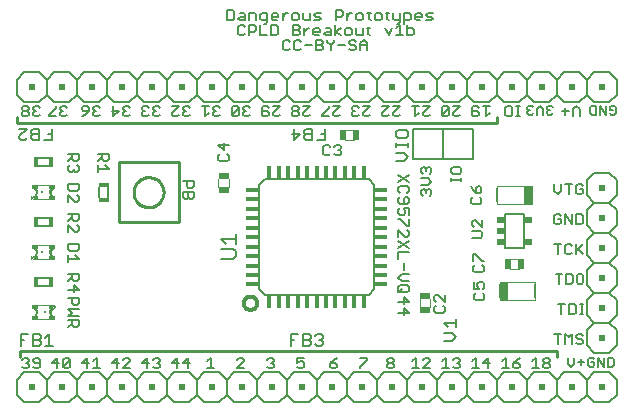
<source format=gto>
G75*
G70*
%OFA0B0*%
%FSLAX24Y24*%
%IPPOS*%
%LPD*%
%AMOC8*
5,1,8,0,0,1.08239X$1,22.5*
%
%ADD10C,0.0050*%
%ADD11C,0.0070*%
%ADD12C,0.0100*%
%ADD13C,0.0080*%
%ADD14C,0.0120*%
%ADD15C,0.0060*%
%ADD16R,0.0200X0.0200*%
%ADD17R,0.0374X0.0197*%
%ADD18R,0.0374X0.0197*%
%ADD19C,0.0040*%
%ADD20R,0.0197X0.0374*%
%ADD21R,0.0197X0.0374*%
%ADD22R,0.0079X0.0472*%
%ADD23R,0.0256X0.0591*%
%ADD24C,0.0086*%
%ADD25R,0.0340X0.0160*%
%ADD26R,0.0197X0.0128*%
%ADD27R,0.0098X0.0059*%
%ADD28R,0.0069X0.0157*%
%ADD29R,0.0079X0.0079*%
%ADD30R,0.0118X0.0118*%
%ADD31R,0.0030X0.0128*%
%ADD32R,0.0160X0.0340*%
%ADD33R,0.0256X0.0197*%
%ADD34R,0.0157X0.0472*%
%ADD35R,0.0472X0.0157*%
%ADD36C,0.0079*%
D10*
X002752Y001786D02*
X002694Y001845D01*
X002752Y001786D02*
X002869Y001786D01*
X002928Y001845D01*
X002928Y001903D01*
X002869Y001961D01*
X002811Y001961D01*
X002869Y001961D02*
X002928Y002020D01*
X002928Y002078D01*
X002869Y002137D01*
X002752Y002137D01*
X002694Y002078D01*
X003062Y002078D02*
X003062Y002020D01*
X003121Y001961D01*
X003296Y001961D01*
X003296Y001845D02*
X003296Y002078D01*
X003237Y002137D01*
X003121Y002137D01*
X003062Y002078D01*
X003062Y001845D02*
X003121Y001786D01*
X003237Y001786D01*
X003296Y001845D01*
X003694Y001961D02*
X003928Y001961D01*
X004062Y001845D02*
X004296Y002078D01*
X004296Y001845D01*
X004237Y001786D01*
X004121Y001786D01*
X004062Y001845D01*
X004062Y002078D01*
X004121Y002137D01*
X004237Y002137D01*
X004296Y002078D01*
X004694Y001961D02*
X004928Y001961D01*
X005062Y002020D02*
X005179Y002137D01*
X005179Y001786D01*
X005062Y001786D02*
X005296Y001786D01*
X004869Y001786D02*
X004869Y002137D01*
X004694Y001961D01*
X003869Y001786D02*
X003869Y002137D01*
X003694Y001961D01*
X004231Y003166D02*
X004347Y003283D01*
X004347Y003225D02*
X004347Y003400D01*
X004231Y003400D02*
X004581Y003400D01*
X004581Y003225D01*
X004523Y003166D01*
X004406Y003166D01*
X004347Y003225D01*
X004231Y003534D02*
X004581Y003534D01*
X004581Y003768D02*
X004231Y003768D01*
X004347Y003651D01*
X004231Y003534D01*
X004406Y003903D02*
X004347Y003961D01*
X004347Y004136D01*
X004231Y004136D02*
X004581Y004136D01*
X004581Y003961D01*
X004523Y003903D01*
X004406Y003903D01*
X004406Y004334D02*
X004406Y004568D01*
X004581Y004393D01*
X004231Y004393D01*
X004231Y004703D02*
X004347Y004820D01*
X004347Y004761D02*
X004347Y004936D01*
X004231Y004936D02*
X004581Y004936D01*
X004581Y004761D01*
X004523Y004703D01*
X004406Y004703D01*
X004347Y004761D01*
X004231Y005334D02*
X004231Y005568D01*
X004231Y005451D02*
X004581Y005451D01*
X004464Y005568D01*
X004523Y005703D02*
X004289Y005703D01*
X004231Y005761D01*
X004231Y005936D01*
X004581Y005936D01*
X004581Y005761D01*
X004523Y005703D01*
X004523Y006334D02*
X004581Y006393D01*
X004581Y006510D01*
X004523Y006568D01*
X004523Y006703D02*
X004406Y006703D01*
X004347Y006761D01*
X004347Y006936D01*
X004231Y006936D02*
X004581Y006936D01*
X004581Y006761D01*
X004523Y006703D01*
X004347Y006820D02*
X004231Y006703D01*
X004231Y006568D02*
X004464Y006334D01*
X004523Y006334D01*
X004231Y006334D02*
X004231Y006568D01*
X004231Y007334D02*
X004231Y007568D01*
X004464Y007334D01*
X004523Y007334D01*
X004581Y007393D01*
X004581Y007510D01*
X004523Y007568D01*
X004523Y007703D02*
X004289Y007703D01*
X004231Y007761D01*
X004231Y007936D01*
X004581Y007936D01*
X004581Y007761D01*
X004523Y007703D01*
X004523Y008334D02*
X004464Y008334D01*
X004406Y008393D01*
X004347Y008334D01*
X004289Y008334D01*
X004231Y008393D01*
X004231Y008510D01*
X004289Y008568D01*
X004231Y008703D02*
X004347Y008820D01*
X004347Y008761D02*
X004347Y008936D01*
X004231Y008936D02*
X004581Y008936D01*
X004581Y008761D01*
X004523Y008703D01*
X004406Y008703D01*
X004347Y008761D01*
X004523Y008568D02*
X004581Y008510D01*
X004581Y008393D01*
X004523Y008334D01*
X004406Y008393D02*
X004406Y008451D01*
X005231Y008451D02*
X005581Y008451D01*
X005464Y008568D01*
X005406Y008703D02*
X005347Y008761D01*
X005347Y008936D01*
X005231Y008936D02*
X005581Y008936D01*
X005581Y008761D01*
X005523Y008703D01*
X005406Y008703D01*
X005347Y008820D02*
X005231Y008703D01*
X005231Y008568D02*
X005231Y008334D01*
X008056Y008036D02*
X008406Y008036D01*
X008406Y007861D01*
X008348Y007803D01*
X008231Y007803D01*
X008172Y007861D01*
X008172Y008036D01*
X008231Y007668D02*
X008231Y007493D01*
X008172Y007434D01*
X008114Y007434D01*
X008056Y007493D01*
X008056Y007668D01*
X008406Y007668D01*
X008406Y007493D01*
X008348Y007434D01*
X008289Y007434D01*
X008231Y007493D01*
X009289Y008686D02*
X009230Y008745D01*
X009230Y008861D01*
X009289Y008920D01*
X009406Y009055D02*
X009406Y009288D01*
X009581Y009230D02*
X009230Y009230D01*
X009406Y009055D01*
X009522Y008920D02*
X009581Y008861D01*
X009581Y008745D01*
X009522Y008686D01*
X009289Y008686D01*
X009222Y010186D02*
X009106Y010186D01*
X009047Y010244D01*
X009047Y010303D01*
X009106Y010361D01*
X009047Y010420D01*
X009047Y010478D01*
X009106Y010536D01*
X009222Y010536D01*
X009281Y010478D01*
X009164Y010361D02*
X009106Y010361D01*
X008912Y010303D02*
X008796Y010186D01*
X008796Y010536D01*
X008912Y010536D02*
X008679Y010536D01*
X008281Y010478D02*
X008222Y010536D01*
X008106Y010536D01*
X008047Y010478D01*
X008047Y010420D01*
X008106Y010361D01*
X008164Y010361D01*
X008106Y010361D02*
X008047Y010303D01*
X008047Y010244D01*
X008106Y010186D01*
X008222Y010186D01*
X008281Y010244D01*
X007912Y010244D02*
X007854Y010186D01*
X007737Y010186D01*
X007679Y010244D01*
X007679Y010303D01*
X007912Y010536D01*
X007679Y010536D01*
X007281Y010478D02*
X007222Y010536D01*
X007106Y010536D01*
X007047Y010478D01*
X007047Y010420D01*
X007106Y010361D01*
X007164Y010361D01*
X007106Y010361D02*
X007047Y010303D01*
X007047Y010244D01*
X007106Y010186D01*
X007222Y010186D01*
X007281Y010244D01*
X006912Y010244D02*
X006854Y010186D01*
X006737Y010186D01*
X006679Y010244D01*
X006679Y010303D01*
X006737Y010361D01*
X006679Y010420D01*
X006679Y010478D01*
X006737Y010536D01*
X006854Y010536D01*
X006912Y010478D01*
X006796Y010361D02*
X006737Y010361D01*
X006281Y010244D02*
X006222Y010186D01*
X006106Y010186D01*
X006047Y010244D01*
X006047Y010303D01*
X006106Y010361D01*
X006047Y010420D01*
X006047Y010478D01*
X006106Y010536D01*
X006222Y010536D01*
X006281Y010478D01*
X006164Y010361D02*
X006106Y010361D01*
X005912Y010361D02*
X005679Y010361D01*
X005737Y010536D02*
X005737Y010186D01*
X005912Y010361D01*
X005281Y010244D02*
X005222Y010186D01*
X005106Y010186D01*
X005047Y010244D01*
X005047Y010303D01*
X005106Y010361D01*
X005047Y010420D01*
X005047Y010478D01*
X005106Y010536D01*
X005222Y010536D01*
X005281Y010478D01*
X005164Y010361D02*
X005106Y010361D01*
X004912Y010361D02*
X004737Y010361D01*
X004679Y010420D01*
X004679Y010478D01*
X004737Y010536D01*
X004854Y010536D01*
X004912Y010478D01*
X004912Y010361D01*
X004796Y010244D01*
X004679Y010186D01*
X004181Y010244D02*
X004122Y010186D01*
X004006Y010186D01*
X003947Y010244D01*
X003947Y010303D01*
X004006Y010361D01*
X003947Y010420D01*
X003947Y010478D01*
X004006Y010536D01*
X004122Y010536D01*
X004181Y010478D01*
X004064Y010361D02*
X004006Y010361D01*
X003812Y010478D02*
X003812Y010536D01*
X003812Y010478D02*
X003579Y010244D01*
X003579Y010186D01*
X003812Y010186D01*
X003281Y010244D02*
X003222Y010186D01*
X003106Y010186D01*
X003047Y010244D01*
X003047Y010303D01*
X003106Y010361D01*
X003047Y010420D01*
X003047Y010478D01*
X003106Y010536D01*
X003222Y010536D01*
X003281Y010478D01*
X003164Y010361D02*
X003106Y010361D01*
X002912Y010303D02*
X002912Y010244D01*
X002854Y010186D01*
X002737Y010186D01*
X002679Y010244D01*
X002679Y010303D01*
X002737Y010361D01*
X002854Y010361D01*
X002912Y010303D01*
X002854Y010361D02*
X002912Y010420D01*
X002912Y010478D01*
X002854Y010536D01*
X002737Y010536D01*
X002679Y010478D01*
X002679Y010420D01*
X002737Y010361D01*
X009222Y010186D02*
X009281Y010244D01*
X009679Y010244D02*
X009679Y010478D01*
X009737Y010536D01*
X009854Y010536D01*
X009912Y010478D01*
X009679Y010244D01*
X009737Y010186D01*
X009854Y010186D01*
X009912Y010244D01*
X009912Y010478D01*
X010047Y010478D02*
X010106Y010536D01*
X010222Y010536D01*
X010281Y010478D01*
X010164Y010361D02*
X010106Y010361D01*
X010047Y010420D01*
X010047Y010478D01*
X010106Y010361D02*
X010047Y010303D01*
X010047Y010244D01*
X010106Y010186D01*
X010222Y010186D01*
X010281Y010244D01*
X010679Y010244D02*
X010737Y010186D01*
X010854Y010186D01*
X010912Y010244D01*
X010912Y010303D01*
X010854Y010361D01*
X010679Y010361D01*
X010679Y010478D02*
X010679Y010244D01*
X010679Y010478D02*
X010737Y010536D01*
X010854Y010536D01*
X010912Y010478D01*
X011047Y010536D02*
X011281Y010536D01*
X011047Y010303D01*
X011047Y010244D01*
X011106Y010186D01*
X011222Y010186D01*
X011281Y010244D01*
X011679Y010244D02*
X011737Y010186D01*
X011854Y010186D01*
X011912Y010244D01*
X011912Y010303D01*
X011854Y010361D01*
X011737Y010361D01*
X011679Y010420D01*
X011679Y010478D01*
X011737Y010536D01*
X011854Y010536D01*
X011912Y010478D01*
X011912Y010420D01*
X011854Y010361D01*
X011737Y010361D02*
X011679Y010303D01*
X011679Y010244D01*
X012047Y010244D02*
X012106Y010186D01*
X012222Y010186D01*
X012281Y010244D01*
X012679Y010244D02*
X012679Y010186D01*
X012912Y010186D01*
X013047Y010244D02*
X013106Y010186D01*
X013222Y010186D01*
X013281Y010244D01*
X013047Y010244D02*
X013047Y010303D01*
X013281Y010536D01*
X013047Y010536D01*
X012912Y010536D02*
X012912Y010478D01*
X012679Y010244D01*
X012281Y010536D02*
X012047Y010303D01*
X012047Y010244D01*
X012047Y010536D02*
X012281Y010536D01*
X013679Y010478D02*
X013737Y010536D01*
X013854Y010536D01*
X013912Y010478D01*
X014047Y010536D02*
X014281Y010536D01*
X014047Y010303D01*
X014047Y010244D01*
X014106Y010186D01*
X014222Y010186D01*
X014281Y010244D01*
X013912Y010244D02*
X013854Y010186D01*
X013737Y010186D01*
X013679Y010244D01*
X013679Y010303D01*
X013737Y010361D01*
X013679Y010420D01*
X013679Y010478D01*
X013737Y010361D02*
X013796Y010361D01*
X014679Y010303D02*
X014679Y010244D01*
X014737Y010186D01*
X014854Y010186D01*
X014912Y010244D01*
X015047Y010244D02*
X015106Y010186D01*
X015222Y010186D01*
X015281Y010244D01*
X015047Y010244D02*
X015047Y010303D01*
X015281Y010536D01*
X015047Y010536D01*
X014912Y010536D02*
X014679Y010303D01*
X014679Y010536D02*
X014912Y010536D01*
X015679Y010536D02*
X015912Y010536D01*
X015796Y010536D02*
X015796Y010186D01*
X015912Y010303D01*
X016047Y010303D02*
X016047Y010244D01*
X016106Y010186D01*
X016222Y010186D01*
X016281Y010244D01*
X016047Y010303D02*
X016281Y010536D01*
X016047Y010536D01*
X016679Y010478D02*
X016679Y010244D01*
X016912Y010478D01*
X016854Y010536D01*
X016737Y010536D01*
X016679Y010478D01*
X016912Y010478D02*
X016912Y010244D01*
X016854Y010186D01*
X016737Y010186D01*
X016679Y010244D01*
X017047Y010244D02*
X017106Y010186D01*
X017222Y010186D01*
X017281Y010244D01*
X017047Y010244D02*
X017047Y010303D01*
X017281Y010536D01*
X017047Y010536D01*
X017679Y010478D02*
X017679Y010244D01*
X017737Y010186D01*
X017854Y010186D01*
X017912Y010244D01*
X017912Y010303D01*
X017854Y010361D01*
X017679Y010361D01*
X017679Y010478D02*
X017737Y010536D01*
X017854Y010536D01*
X017912Y010478D01*
X018047Y010536D02*
X018281Y010536D01*
X018164Y010536D02*
X018164Y010186D01*
X018281Y010303D01*
X018802Y010244D02*
X018860Y010186D01*
X018977Y010186D01*
X019035Y010244D01*
X019035Y010478D01*
X018977Y010536D01*
X018860Y010536D01*
X018802Y010478D01*
X018802Y010244D01*
X019164Y010186D02*
X019281Y010186D01*
X019222Y010186D02*
X019222Y010536D01*
X019164Y010536D02*
X019281Y010536D01*
X019536Y010486D02*
X019586Y010536D01*
X019686Y010536D01*
X019736Y010486D01*
X019858Y010436D02*
X019858Y010236D01*
X019736Y010286D02*
X019686Y010236D01*
X019586Y010236D01*
X019536Y010286D01*
X019536Y010336D01*
X019586Y010386D01*
X019536Y010436D01*
X019536Y010486D01*
X019586Y010386D02*
X019636Y010386D01*
X019858Y010436D02*
X019958Y010536D01*
X020058Y010436D01*
X020058Y010236D01*
X020181Y010286D02*
X020181Y010336D01*
X020231Y010386D01*
X020181Y010436D01*
X020181Y010486D01*
X020231Y010536D01*
X020331Y010536D01*
X020381Y010486D01*
X020281Y010386D02*
X020231Y010386D01*
X020181Y010286D02*
X020231Y010236D01*
X020331Y010236D01*
X020381Y010286D01*
X020679Y010361D02*
X020912Y010361D01*
X021047Y010420D02*
X021047Y010186D01*
X021281Y010186D02*
X021281Y010420D01*
X021164Y010536D01*
X021047Y010420D01*
X020796Y010478D02*
X020796Y010244D01*
X021636Y010286D02*
X021686Y010236D01*
X021836Y010236D01*
X021836Y010536D01*
X021686Y010536D01*
X021636Y010486D01*
X021636Y010286D01*
X021958Y010236D02*
X021958Y010536D01*
X022158Y010236D01*
X022158Y010536D01*
X022281Y010486D02*
X022281Y010386D01*
X022381Y010386D01*
X022481Y010286D02*
X022431Y010236D01*
X022331Y010236D01*
X022281Y010286D01*
X022481Y010286D02*
X022481Y010486D01*
X022431Y010536D01*
X022331Y010536D01*
X022281Y010486D01*
X021337Y007937D02*
X021221Y007937D01*
X021162Y007878D01*
X021162Y007645D01*
X021221Y007586D01*
X021337Y007586D01*
X021396Y007645D01*
X021396Y007761D01*
X021279Y007761D01*
X021396Y007878D02*
X021337Y007937D01*
X021028Y007937D02*
X020794Y007937D01*
X020911Y007937D02*
X020911Y007586D01*
X020659Y007703D02*
X020659Y007937D01*
X020426Y007937D02*
X020426Y007703D01*
X020542Y007586D01*
X020659Y007703D01*
X020601Y006937D02*
X020484Y006937D01*
X020426Y006878D01*
X020426Y006645D01*
X020484Y006586D01*
X020601Y006586D01*
X020659Y006645D01*
X020659Y006761D01*
X020542Y006761D01*
X020659Y006878D02*
X020601Y006937D01*
X020794Y006937D02*
X021028Y006586D01*
X021028Y006937D01*
X021162Y006937D02*
X021337Y006937D01*
X021396Y006878D01*
X021396Y006645D01*
X021337Y006586D01*
X021162Y006586D01*
X021162Y006937D01*
X020794Y006937D02*
X020794Y006586D01*
X020852Y005937D02*
X020794Y005878D01*
X020794Y005645D01*
X020852Y005586D01*
X020969Y005586D01*
X021028Y005645D01*
X021162Y005703D02*
X021396Y005937D01*
X021162Y005937D02*
X021162Y005586D01*
X021221Y005761D02*
X021396Y005586D01*
X021028Y005878D02*
X020969Y005937D01*
X020852Y005937D01*
X020659Y005937D02*
X020426Y005937D01*
X020542Y005937D02*
X020542Y005586D01*
X020591Y004937D02*
X020591Y004606D01*
X020831Y004606D02*
X020996Y004606D01*
X021051Y004661D01*
X021051Y004881D01*
X020996Y004937D01*
X020831Y004937D01*
X020831Y004606D01*
X021181Y004661D02*
X021181Y004881D01*
X021236Y004937D01*
X021346Y004937D01*
X021401Y004881D01*
X021401Y004661D01*
X021346Y004606D01*
X021236Y004606D01*
X021181Y004661D01*
X020701Y004937D02*
X020481Y004937D01*
X020549Y003937D02*
X020782Y003937D01*
X020665Y003937D02*
X020665Y003586D01*
X020917Y003586D02*
X021092Y003586D01*
X021150Y003645D01*
X021150Y003878D01*
X021092Y003937D01*
X020917Y003937D01*
X020917Y003586D01*
X021285Y003586D02*
X021402Y003586D01*
X021343Y003586D02*
X021343Y003937D01*
X021285Y003937D02*
X021402Y003937D01*
X021337Y002937D02*
X021221Y002937D01*
X021162Y002878D01*
X021162Y002820D01*
X021221Y002761D01*
X021337Y002761D01*
X021396Y002703D01*
X021396Y002645D01*
X021337Y002586D01*
X021221Y002586D01*
X021162Y002645D01*
X021028Y002586D02*
X021028Y002937D01*
X020911Y002820D01*
X020794Y002937D01*
X020794Y002586D01*
X020542Y002586D02*
X020542Y002937D01*
X020426Y002937D02*
X020659Y002937D01*
X021337Y002937D02*
X021396Y002878D01*
X021614Y002136D02*
X021564Y002086D01*
X021564Y001886D01*
X021614Y001836D01*
X021714Y001836D01*
X021764Y001886D01*
X021764Y001986D01*
X021664Y001986D01*
X021764Y002086D02*
X021714Y002136D01*
X021614Y002136D01*
X021409Y001986D02*
X021208Y001986D01*
X021086Y001936D02*
X020986Y001836D01*
X020886Y001936D01*
X020886Y002136D01*
X021086Y002136D02*
X021086Y001936D01*
X021308Y001886D02*
X021308Y002086D01*
X021886Y002136D02*
X021886Y001836D01*
X022086Y001836D02*
X022086Y002136D01*
X022208Y002136D02*
X022358Y002136D01*
X022409Y002086D01*
X022409Y001886D01*
X022358Y001836D01*
X022208Y001836D01*
X022208Y002136D01*
X021886Y002136D02*
X022086Y001836D01*
X020296Y001845D02*
X020237Y001786D01*
X020121Y001786D01*
X020062Y001845D01*
X020062Y001903D01*
X020121Y001961D01*
X020237Y001961D01*
X020296Y001903D01*
X020296Y001845D01*
X020237Y001961D02*
X020296Y002020D01*
X020296Y002078D01*
X020237Y002137D01*
X020121Y002137D01*
X020062Y002078D01*
X020062Y002020D01*
X020121Y001961D01*
X019811Y001786D02*
X019811Y002137D01*
X019694Y002020D01*
X019694Y001786D02*
X019928Y001786D01*
X019296Y001845D02*
X019237Y001786D01*
X019121Y001786D01*
X019062Y001845D01*
X019062Y001961D01*
X019237Y001961D01*
X019296Y001903D01*
X019296Y001845D01*
X019179Y002078D02*
X019062Y001961D01*
X019179Y002078D02*
X019296Y002137D01*
X018811Y002137D02*
X018811Y001786D01*
X018694Y001786D02*
X018928Y001786D01*
X018694Y002020D02*
X018811Y002137D01*
X018296Y001961D02*
X018062Y001961D01*
X018237Y002137D01*
X018237Y001786D01*
X017928Y001786D02*
X017694Y001786D01*
X017811Y001786D02*
X017811Y002137D01*
X017694Y002020D01*
X017296Y002020D02*
X017237Y001961D01*
X017296Y001903D01*
X017296Y001845D01*
X017237Y001786D01*
X017121Y001786D01*
X017062Y001845D01*
X016928Y001786D02*
X016694Y001786D01*
X016811Y001786D02*
X016811Y002137D01*
X016694Y002020D01*
X017062Y002078D02*
X017121Y002137D01*
X017237Y002137D01*
X017296Y002078D01*
X017296Y002020D01*
X017237Y001961D02*
X017179Y001961D01*
X016296Y002020D02*
X016296Y002078D01*
X016237Y002137D01*
X016121Y002137D01*
X016062Y002078D01*
X016296Y002020D02*
X016062Y001786D01*
X016296Y001786D01*
X015928Y001786D02*
X015694Y001786D01*
X015811Y001786D02*
X015811Y002137D01*
X015694Y002020D01*
X015096Y002020D02*
X015037Y001961D01*
X014921Y001961D01*
X014862Y002020D01*
X014862Y002078D01*
X014921Y002137D01*
X015037Y002137D01*
X015096Y002078D01*
X015096Y002020D01*
X015037Y001961D02*
X015096Y001903D01*
X015096Y001845D01*
X015037Y001786D01*
X014921Y001786D01*
X014862Y001845D01*
X014862Y001903D01*
X014921Y001961D01*
X014196Y002078D02*
X013962Y001845D01*
X013962Y001786D01*
X014196Y002078D02*
X014196Y002137D01*
X013962Y002137D01*
X013196Y002137D02*
X013079Y002078D01*
X012962Y001961D01*
X013137Y001961D01*
X013196Y001903D01*
X013196Y001845D01*
X013137Y001786D01*
X013021Y001786D01*
X012962Y001845D01*
X012962Y001961D01*
X012096Y001961D02*
X012096Y001845D01*
X012037Y001786D01*
X011921Y001786D01*
X011862Y001845D01*
X011862Y001961D02*
X011979Y002020D01*
X012037Y002020D01*
X012096Y001961D01*
X012096Y002137D02*
X011862Y002137D01*
X011862Y001961D01*
X011096Y001903D02*
X011096Y001845D01*
X011037Y001786D01*
X010921Y001786D01*
X010862Y001845D01*
X010979Y001961D02*
X011037Y001961D01*
X011096Y001903D01*
X011037Y001961D02*
X011096Y002020D01*
X011096Y002078D01*
X011037Y002137D01*
X010921Y002137D01*
X010862Y002078D01*
X010096Y002078D02*
X010037Y002137D01*
X009921Y002137D01*
X009862Y002078D01*
X010096Y002078D02*
X010096Y002020D01*
X009862Y001786D01*
X010096Y001786D01*
X009096Y001786D02*
X008862Y001786D01*
X008979Y001786D02*
X008979Y002137D01*
X008862Y002020D01*
X008296Y001961D02*
X008062Y001961D01*
X008237Y002137D01*
X008237Y001786D01*
X007928Y001961D02*
X007694Y001961D01*
X007869Y002137D01*
X007869Y001786D01*
X007296Y001845D02*
X007237Y001786D01*
X007121Y001786D01*
X007062Y001845D01*
X007179Y001961D02*
X007237Y001961D01*
X007296Y001903D01*
X007296Y001845D01*
X007237Y001961D02*
X007296Y002020D01*
X007296Y002078D01*
X007237Y002137D01*
X007121Y002137D01*
X007062Y002078D01*
X006928Y001961D02*
X006694Y001961D01*
X006869Y002137D01*
X006869Y001786D01*
X006296Y001786D02*
X006062Y001786D01*
X006296Y002020D01*
X006296Y002078D01*
X006237Y002137D01*
X006121Y002137D01*
X006062Y002078D01*
X005928Y001961D02*
X005694Y001961D01*
X005869Y002137D01*
X005869Y001786D01*
X015231Y003641D02*
X015581Y003641D01*
X015406Y003817D01*
X015406Y003583D01*
X015406Y003951D02*
X015406Y004185D01*
X015581Y004010D01*
X015231Y004010D01*
X015231Y004320D02*
X015347Y004436D01*
X015289Y004320D02*
X015231Y004378D01*
X015231Y004495D01*
X015289Y004553D01*
X015523Y004553D01*
X015581Y004495D01*
X015581Y004378D01*
X015523Y004320D01*
X015289Y004320D01*
X015347Y004688D02*
X015581Y004688D01*
X015347Y004688D02*
X015231Y004805D01*
X015347Y004921D01*
X015581Y004921D01*
X015406Y005056D02*
X015406Y005290D01*
X015231Y005425D02*
X015231Y005658D01*
X015581Y005658D01*
X015581Y005793D02*
X015231Y006026D01*
X015231Y006161D02*
X015231Y006395D01*
X015464Y006161D01*
X015523Y006161D01*
X015581Y006220D01*
X015581Y006336D01*
X015523Y006395D01*
X015523Y006530D02*
X015289Y006763D01*
X015231Y006763D01*
X015289Y006898D02*
X015231Y006956D01*
X015231Y007073D01*
X015289Y007131D01*
X015406Y007131D02*
X015464Y007015D01*
X015464Y006956D01*
X015406Y006898D01*
X015289Y006898D01*
X015406Y007131D02*
X015581Y007131D01*
X015581Y006898D01*
X015581Y006763D02*
X015581Y006530D01*
X015523Y006530D01*
X015581Y006026D02*
X015231Y005793D01*
X015289Y007266D02*
X015523Y007266D01*
X015581Y007325D01*
X015581Y007441D01*
X015523Y007500D01*
X015464Y007500D01*
X015406Y007441D01*
X015406Y007266D01*
X015289Y007266D02*
X015231Y007325D01*
X015231Y007441D01*
X015289Y007500D01*
X015289Y007634D02*
X015231Y007693D01*
X015231Y007810D01*
X015289Y007868D01*
X015523Y007868D01*
X015581Y007810D01*
X015581Y007693D01*
X015523Y007634D01*
X015980Y007590D02*
X015980Y007706D01*
X016039Y007765D01*
X016097Y007765D01*
X016156Y007706D01*
X016214Y007765D01*
X016272Y007765D01*
X016331Y007706D01*
X016331Y007590D01*
X016272Y007531D01*
X016156Y007648D02*
X016156Y007706D01*
X016214Y007900D02*
X015980Y007900D01*
X016214Y007900D02*
X016331Y008016D01*
X016214Y008133D01*
X015980Y008133D01*
X016039Y008268D02*
X015980Y008326D01*
X015980Y008443D01*
X016039Y008501D01*
X016097Y008501D01*
X016156Y008443D01*
X016214Y008501D01*
X016272Y008501D01*
X016331Y008443D01*
X016331Y008326D01*
X016272Y008268D01*
X016156Y008385D02*
X016156Y008443D01*
X015706Y008761D02*
X015706Y009761D01*
X016706Y009761D01*
X016706Y008761D01*
X015706Y008761D01*
X015581Y008236D02*
X015231Y008003D01*
X015231Y008236D02*
X015581Y008003D01*
X015980Y007590D02*
X016039Y007531D01*
X016980Y008022D02*
X016980Y008139D01*
X016980Y008081D02*
X017331Y008081D01*
X017331Y008139D02*
X017331Y008022D01*
X017272Y008268D02*
X017039Y008268D01*
X016980Y008326D01*
X016980Y008443D01*
X017039Y008501D01*
X017272Y008501D01*
X017331Y008443D01*
X017331Y008326D01*
X017272Y008268D01*
X017647Y007858D02*
X017705Y007741D01*
X017822Y007625D01*
X017822Y007800D01*
X017880Y007858D01*
X017938Y007858D01*
X017997Y007800D01*
X017997Y007683D01*
X017938Y007625D01*
X017822Y007625D01*
X017938Y007490D02*
X017997Y007431D01*
X017997Y007315D01*
X017938Y007256D01*
X017705Y007256D01*
X017647Y007315D01*
X017647Y007431D01*
X017705Y007490D01*
X017739Y006738D02*
X017680Y006680D01*
X017680Y006563D01*
X017739Y006505D01*
X017680Y006370D02*
X017972Y006370D01*
X018031Y006311D01*
X018031Y006195D01*
X017972Y006136D01*
X017680Y006136D01*
X018031Y006505D02*
X017797Y006738D01*
X017739Y006738D01*
X018031Y006738D02*
X018031Y006505D01*
X017789Y005588D02*
X018022Y005355D01*
X018081Y005355D01*
X018022Y005220D02*
X018081Y005161D01*
X018081Y005045D01*
X018022Y004986D01*
X017789Y004986D01*
X017730Y005045D01*
X017730Y005161D01*
X017789Y005220D01*
X017730Y005355D02*
X017730Y005588D01*
X017789Y005588D01*
X017747Y004658D02*
X017747Y004425D01*
X017922Y004425D01*
X017863Y004541D01*
X017863Y004600D01*
X017922Y004658D01*
X018038Y004658D01*
X018097Y004600D01*
X018097Y004483D01*
X018038Y004425D01*
X018038Y004290D02*
X018097Y004231D01*
X018097Y004115D01*
X018038Y004056D01*
X017805Y004056D01*
X017747Y004115D01*
X017747Y004231D01*
X017805Y004290D01*
X016781Y004251D02*
X016781Y004018D01*
X016547Y004251D01*
X016489Y004251D01*
X016430Y004193D01*
X016430Y004076D01*
X016489Y004018D01*
X016489Y003883D02*
X016430Y003825D01*
X016430Y003708D01*
X016489Y003650D01*
X016722Y003650D01*
X016781Y003708D01*
X016781Y003825D01*
X016722Y003883D01*
X016706Y008761D02*
X017706Y008761D01*
X017706Y009761D01*
X016706Y009761D01*
X013332Y009178D02*
X013332Y009120D01*
X013274Y009061D01*
X013332Y009003D01*
X013332Y008945D01*
X013274Y008886D01*
X013157Y008886D01*
X013099Y008945D01*
X012964Y008945D02*
X012906Y008886D01*
X012789Y008886D01*
X012731Y008945D01*
X012731Y009178D01*
X012789Y009237D01*
X012906Y009237D01*
X012964Y009178D01*
X013099Y009178D02*
X013157Y009237D01*
X013274Y009237D01*
X013332Y009178D01*
X013274Y009061D02*
X013216Y009061D01*
X012971Y012386D02*
X012971Y012561D01*
X013087Y012678D01*
X013087Y012737D01*
X013134Y012886D02*
X013134Y013237D01*
X013152Y013386D02*
X013152Y013737D01*
X013327Y013737D01*
X013386Y013678D01*
X013386Y013561D01*
X013327Y013503D01*
X013152Y013503D01*
X013521Y013503D02*
X013637Y013620D01*
X013696Y013620D01*
X013828Y013561D02*
X013886Y013620D01*
X014003Y013620D01*
X014061Y013561D01*
X014061Y013445D01*
X014003Y013386D01*
X013886Y013386D01*
X013828Y013445D01*
X013828Y013561D01*
X013521Y013620D02*
X013521Y013386D01*
X013499Y013120D02*
X013441Y013061D01*
X013441Y012945D01*
X013499Y012886D01*
X013616Y012886D01*
X013674Y012945D01*
X013674Y013061D01*
X013616Y013120D01*
X013499Y013120D01*
X013309Y013120D02*
X013134Y013003D01*
X013309Y012886D01*
X012999Y012886D02*
X012999Y013061D01*
X012941Y013120D01*
X012824Y013120D01*
X012824Y013003D02*
X012999Y013003D01*
X012999Y012886D02*
X012824Y012886D01*
X012766Y012945D01*
X012824Y013003D01*
X012631Y013003D02*
X012631Y013061D01*
X012573Y013120D01*
X012456Y013120D01*
X012397Y013061D01*
X012397Y012945D01*
X012456Y012886D01*
X012573Y012886D01*
X012631Y013003D02*
X012397Y013003D01*
X012266Y013120D02*
X012207Y013120D01*
X012091Y013003D01*
X012091Y012886D02*
X012091Y013120D01*
X011956Y013120D02*
X011956Y013178D01*
X011897Y013237D01*
X011722Y013237D01*
X011722Y012886D01*
X011897Y012886D01*
X011956Y012945D01*
X011956Y013003D01*
X011897Y013061D01*
X011722Y013061D01*
X011897Y013061D02*
X011956Y013120D01*
X011854Y013386D02*
X011737Y013386D01*
X011679Y013445D01*
X011679Y013561D01*
X011737Y013620D01*
X011854Y013620D01*
X011913Y013561D01*
X011913Y013445D01*
X011854Y013386D01*
X012047Y013445D02*
X012106Y013386D01*
X012281Y013386D01*
X012281Y013620D01*
X012416Y013561D02*
X012474Y013620D01*
X012649Y013620D01*
X012591Y013503D02*
X012474Y013503D01*
X012416Y013561D01*
X012416Y013386D02*
X012591Y013386D01*
X012649Y013445D01*
X012591Y013503D01*
X012047Y013445D02*
X012047Y013620D01*
X011547Y013620D02*
X011489Y013620D01*
X011372Y013503D01*
X011372Y013386D02*
X011372Y013620D01*
X011237Y013561D02*
X011237Y013503D01*
X011004Y013503D01*
X011004Y013561D02*
X011062Y013620D01*
X011179Y013620D01*
X011237Y013561D01*
X011179Y013386D02*
X011062Y013386D01*
X011004Y013445D01*
X011004Y013561D01*
X010869Y013620D02*
X010869Y013328D01*
X010811Y013270D01*
X010752Y013270D01*
X010694Y013386D02*
X010869Y013386D01*
X010694Y013386D02*
X010636Y013445D01*
X010636Y013561D01*
X010694Y013620D01*
X010869Y013620D01*
X010501Y013561D02*
X010501Y013386D01*
X010424Y013237D02*
X010482Y013178D01*
X010482Y013061D01*
X010424Y013003D01*
X010249Y013003D01*
X010249Y012886D02*
X010249Y013237D01*
X010424Y013237D01*
X010617Y013237D02*
X010617Y012886D01*
X010851Y012886D01*
X010986Y012886D02*
X011161Y012886D01*
X011219Y012945D01*
X011219Y013178D01*
X011161Y013237D01*
X010986Y013237D01*
X010986Y012886D01*
X011381Y012678D02*
X011381Y012445D01*
X011439Y012386D01*
X011556Y012386D01*
X011614Y012445D01*
X011749Y012445D02*
X011807Y012386D01*
X011924Y012386D01*
X011982Y012445D01*
X012117Y012561D02*
X012351Y012561D01*
X012486Y012561D02*
X012661Y012561D01*
X012719Y012503D01*
X012719Y012445D01*
X012661Y012386D01*
X012486Y012386D01*
X012486Y012737D01*
X012661Y012737D01*
X012719Y012678D01*
X012719Y012620D01*
X012661Y012561D01*
X012854Y012678D02*
X012971Y012561D01*
X012854Y012678D02*
X012854Y012737D01*
X013222Y012561D02*
X013456Y012561D01*
X013591Y012620D02*
X013649Y012561D01*
X013766Y012561D01*
X013824Y012503D01*
X013824Y012445D01*
X013766Y012386D01*
X013649Y012386D01*
X013591Y012445D01*
X013591Y012620D02*
X013591Y012678D01*
X013649Y012737D01*
X013766Y012737D01*
X013824Y012678D01*
X013959Y012620D02*
X014076Y012737D01*
X014192Y012620D01*
X014192Y012386D01*
X014192Y012561D02*
X013959Y012561D01*
X013959Y012620D02*
X013959Y012386D01*
X014043Y012886D02*
X013868Y012886D01*
X013809Y012945D01*
X013809Y013120D01*
X014043Y013120D02*
X014043Y012886D01*
X014236Y012945D02*
X014294Y012886D01*
X014236Y012945D02*
X014236Y013178D01*
X014178Y013120D02*
X014294Y013120D01*
X014313Y013386D02*
X014254Y013445D01*
X014254Y013678D01*
X014196Y013620D02*
X014313Y013620D01*
X014441Y013561D02*
X014441Y013445D01*
X014500Y013386D01*
X014616Y013386D01*
X014675Y013445D01*
X014675Y013561D01*
X014616Y013620D01*
X014500Y013620D01*
X014441Y013561D01*
X014810Y013620D02*
X014926Y013620D01*
X014868Y013678D02*
X014868Y013445D01*
X014926Y013386D01*
X015055Y013445D02*
X015114Y013386D01*
X015289Y013386D01*
X015289Y013328D02*
X015230Y013270D01*
X015172Y013270D01*
X015276Y013237D02*
X015276Y012886D01*
X015160Y012886D02*
X015393Y012886D01*
X015528Y012886D02*
X015703Y012886D01*
X015761Y012945D01*
X015761Y013061D01*
X015703Y013120D01*
X015528Y013120D01*
X015528Y013237D02*
X015528Y012886D01*
X015423Y013270D02*
X015423Y013620D01*
X015599Y013620D01*
X015657Y013561D01*
X015657Y013445D01*
X015599Y013386D01*
X015423Y013386D01*
X015289Y013328D02*
X015289Y013620D01*
X015055Y013620D02*
X015055Y013445D01*
X015276Y013237D02*
X015160Y013120D01*
X015025Y013120D02*
X014908Y012886D01*
X014791Y013120D01*
X015792Y013445D02*
X015850Y013386D01*
X015967Y013386D01*
X016025Y013503D02*
X015792Y013503D01*
X015792Y013561D02*
X015850Y013620D01*
X015967Y013620D01*
X016025Y013561D01*
X016025Y013503D01*
X016160Y013561D02*
X016218Y013620D01*
X016394Y013620D01*
X016335Y013503D02*
X016218Y013503D01*
X016160Y013561D01*
X016160Y013386D02*
X016335Y013386D01*
X016394Y013445D01*
X016335Y013503D01*
X015792Y013445D02*
X015792Y013561D01*
X011982Y012678D02*
X011924Y012737D01*
X011807Y012737D01*
X011749Y012678D01*
X011749Y012445D01*
X011614Y012678D02*
X011556Y012737D01*
X011439Y012737D01*
X011381Y012678D01*
X010267Y013386D02*
X010267Y013620D01*
X010442Y013620D01*
X010501Y013561D01*
X010132Y013561D02*
X010132Y013386D01*
X009957Y013386D01*
X009899Y013445D01*
X009957Y013503D01*
X010132Y013503D01*
X010132Y013561D02*
X010074Y013620D01*
X009957Y013620D01*
X009764Y013678D02*
X009706Y013737D01*
X009531Y013737D01*
X009531Y013386D01*
X009706Y013386D01*
X009764Y013445D01*
X009764Y013678D01*
X009939Y013237D02*
X009881Y013178D01*
X009881Y012945D01*
X009939Y012886D01*
X010056Y012886D01*
X010114Y012945D01*
X010114Y013178D02*
X010056Y013237D01*
X009939Y013237D01*
D11*
X011752Y009776D02*
X011752Y009396D01*
X011942Y009586D01*
X011688Y009586D01*
X012103Y009523D02*
X012103Y009459D01*
X012166Y009396D01*
X012356Y009396D01*
X012356Y009776D01*
X012166Y009776D01*
X012103Y009713D01*
X012103Y009649D01*
X012166Y009586D01*
X012356Y009586D01*
X012166Y009586D02*
X012103Y009523D01*
X012517Y009396D02*
X012771Y009396D01*
X012771Y009776D01*
X012771Y009586D02*
X012644Y009586D01*
X003671Y009586D02*
X003544Y009586D01*
X003671Y009396D02*
X003417Y009396D01*
X003256Y009396D02*
X003066Y009396D01*
X003003Y009459D01*
X003003Y009523D01*
X003066Y009586D01*
X003256Y009586D01*
X003066Y009586D02*
X003003Y009649D01*
X003003Y009713D01*
X003066Y009776D01*
X003256Y009776D01*
X003256Y009396D01*
X003671Y009396D02*
X003671Y009776D01*
X002842Y009776D02*
X002588Y009523D01*
X002588Y009459D01*
X002652Y009396D01*
X002779Y009396D01*
X002842Y009459D01*
X002842Y009776D02*
X002588Y009776D01*
X002641Y002927D02*
X002894Y002927D01*
X003055Y002927D02*
X003245Y002927D01*
X003309Y002863D01*
X003309Y002800D01*
X003245Y002736D01*
X003055Y002736D01*
X003055Y002546D02*
X003245Y002546D01*
X003309Y002610D01*
X003309Y002673D01*
X003245Y002736D01*
X003469Y002800D02*
X003596Y002927D01*
X003596Y002546D01*
X003469Y002546D02*
X003723Y002546D01*
X003055Y002546D02*
X003055Y002927D01*
X002767Y002736D02*
X002641Y002736D01*
X002641Y002546D02*
X002641Y002927D01*
X011641Y002927D02*
X011641Y002546D01*
X011641Y002736D02*
X011767Y002736D01*
X011641Y002927D02*
X011894Y002927D01*
X012055Y002927D02*
X012245Y002927D01*
X012309Y002863D01*
X012309Y002800D01*
X012245Y002736D01*
X012055Y002736D01*
X012055Y002546D02*
X012245Y002546D01*
X012309Y002610D01*
X012309Y002673D01*
X012245Y002736D01*
X012469Y002610D02*
X012533Y002546D01*
X012659Y002546D01*
X012723Y002610D01*
X012723Y002673D01*
X012659Y002736D01*
X012596Y002736D01*
X012659Y002736D02*
X012723Y002800D01*
X012723Y002863D01*
X012659Y002927D01*
X012533Y002927D01*
X012469Y002863D01*
X012055Y002927D02*
X012055Y002546D01*
D12*
X020506Y002361D02*
X020506Y002161D01*
X020506Y002361D02*
X002606Y002361D01*
X002606Y002161D01*
X002506Y009961D02*
X018506Y009961D01*
X018506Y010161D01*
X002506Y010161D02*
X002506Y009961D01*
D13*
X015145Y009679D02*
X015145Y009539D01*
X015215Y009469D01*
X015496Y009469D01*
X015566Y009539D01*
X015566Y009679D01*
X015496Y009749D01*
X015215Y009749D01*
X015145Y009679D01*
X015145Y009302D02*
X015145Y009162D01*
X015145Y009232D02*
X015566Y009232D01*
X015566Y009162D02*
X015566Y009302D01*
X015426Y008981D02*
X015145Y008981D01*
X015426Y008981D02*
X015566Y008841D01*
X015426Y008701D01*
X015145Y008701D01*
X017166Y003442D02*
X017166Y003162D01*
X017166Y003302D02*
X016745Y003302D01*
X016885Y003162D01*
X016745Y002981D02*
X017026Y002981D01*
X017166Y002841D01*
X017026Y002701D01*
X016745Y002701D01*
D14*
X010082Y003961D02*
X010084Y003990D01*
X010090Y004019D01*
X010099Y004047D01*
X010112Y004073D01*
X010128Y004097D01*
X010148Y004119D01*
X010170Y004139D01*
X010194Y004155D01*
X010220Y004168D01*
X010248Y004177D01*
X010277Y004183D01*
X010306Y004185D01*
X010335Y004183D01*
X010364Y004177D01*
X010392Y004168D01*
X010418Y004155D01*
X010442Y004139D01*
X010464Y004119D01*
X010484Y004097D01*
X010500Y004073D01*
X010513Y004047D01*
X010522Y004019D01*
X010528Y003990D01*
X010530Y003961D01*
X010528Y003932D01*
X010522Y003903D01*
X010513Y003875D01*
X010500Y003849D01*
X010484Y003825D01*
X010464Y003803D01*
X010442Y003783D01*
X010418Y003767D01*
X010392Y003754D01*
X010364Y003745D01*
X010335Y003739D01*
X010306Y003737D01*
X010277Y003739D01*
X010248Y003745D01*
X010220Y003754D01*
X010194Y003767D01*
X010170Y003783D01*
X010148Y003803D01*
X010128Y003825D01*
X010112Y003849D01*
X010099Y003875D01*
X010090Y003903D01*
X010084Y003932D01*
X010082Y003961D01*
D15*
X002506Y001411D02*
X002506Y000911D01*
X002756Y000661D01*
X003256Y000661D01*
X003506Y000911D01*
X003756Y000661D01*
X004256Y000661D01*
X004506Y000911D01*
X004506Y001411D01*
X004256Y001661D01*
X003756Y001661D01*
X003506Y001411D01*
X003506Y000911D01*
X003506Y001411D02*
X003256Y001661D01*
X002756Y001661D01*
X002506Y001411D01*
X004506Y001411D02*
X004756Y001661D01*
X005256Y001661D01*
X005506Y001411D01*
X005756Y001661D01*
X006256Y001661D01*
X006506Y001411D01*
X006756Y001661D01*
X007256Y001661D01*
X007506Y001411D01*
X007506Y000911D01*
X007256Y000661D01*
X006756Y000661D01*
X006506Y000911D01*
X006256Y000661D01*
X005756Y000661D01*
X005506Y000911D01*
X005256Y000661D01*
X004756Y000661D01*
X004506Y000911D01*
X005506Y000911D02*
X005506Y001411D01*
X006506Y001411D02*
X006506Y000911D01*
X007506Y000911D02*
X007756Y000661D01*
X008256Y000661D01*
X008506Y000911D01*
X008756Y000661D01*
X009256Y000661D01*
X009506Y000911D01*
X009756Y000661D01*
X010256Y000661D01*
X010506Y000911D01*
X010506Y001411D01*
X010256Y001661D01*
X009756Y001661D01*
X009506Y001411D01*
X009506Y000911D01*
X009506Y001411D02*
X009256Y001661D01*
X008756Y001661D01*
X008506Y001411D01*
X008506Y000911D01*
X008506Y001411D02*
X008256Y001661D01*
X007756Y001661D01*
X007506Y001411D01*
X010506Y001411D02*
X010756Y001661D01*
X011256Y001661D01*
X011506Y001411D01*
X011756Y001661D01*
X012256Y001661D01*
X012506Y001411D01*
X012756Y001661D01*
X013256Y001661D01*
X013506Y001411D01*
X013506Y000911D01*
X013256Y000661D01*
X012756Y000661D01*
X012506Y000911D01*
X012256Y000661D01*
X011756Y000661D01*
X011506Y000911D01*
X011256Y000661D01*
X010756Y000661D01*
X010506Y000911D01*
X011506Y000911D02*
X011506Y001411D01*
X012506Y001411D02*
X012506Y000911D01*
X013506Y000911D02*
X013756Y000661D01*
X014256Y000661D01*
X014506Y000911D01*
X014756Y000661D01*
X015256Y000661D01*
X015506Y000911D01*
X015756Y000661D01*
X016256Y000661D01*
X016506Y000911D01*
X016506Y001411D01*
X016256Y001661D01*
X015756Y001661D01*
X015506Y001411D01*
X015506Y000911D01*
X015506Y001411D02*
X015256Y001661D01*
X014756Y001661D01*
X014506Y001411D01*
X014506Y000911D01*
X014506Y001411D02*
X014256Y001661D01*
X013756Y001661D01*
X013506Y001411D01*
X016506Y001411D02*
X016756Y001661D01*
X017256Y001661D01*
X017506Y001411D01*
X017756Y001661D01*
X018256Y001661D01*
X018506Y001411D01*
X018756Y001661D01*
X019256Y001661D01*
X019506Y001411D01*
X019506Y000911D01*
X019256Y000661D01*
X018756Y000661D01*
X018506Y000911D01*
X018256Y000661D01*
X017756Y000661D01*
X017506Y000911D01*
X017256Y000661D01*
X016756Y000661D01*
X016506Y000911D01*
X017506Y000911D02*
X017506Y001411D01*
X018506Y001411D02*
X018506Y000911D01*
X019506Y000911D02*
X019756Y000661D01*
X020256Y000661D01*
X020506Y000911D01*
X020756Y000661D01*
X021256Y000661D01*
X021506Y000911D01*
X021756Y000661D01*
X022256Y000661D01*
X022506Y000911D01*
X022506Y001411D01*
X022256Y001661D01*
X021756Y001661D01*
X021506Y001411D01*
X021506Y000911D01*
X021506Y001411D02*
X021256Y001661D01*
X020756Y001661D01*
X020506Y001411D01*
X020506Y000911D01*
X020506Y001411D02*
X020256Y001661D01*
X019756Y001661D01*
X019506Y001411D01*
X021506Y002561D02*
X021756Y002311D01*
X022256Y002311D01*
X022506Y002561D01*
X022506Y003061D01*
X022256Y003311D01*
X022506Y003561D01*
X022506Y004061D01*
X022256Y004311D01*
X021756Y004311D01*
X021506Y004061D01*
X021506Y003561D01*
X021756Y003311D01*
X022256Y003311D01*
X021756Y003311D02*
X021506Y003061D01*
X021506Y002561D01*
X021756Y004311D02*
X021506Y004561D01*
X021506Y005061D01*
X021756Y005311D01*
X021506Y005561D01*
X021506Y006061D01*
X021756Y006311D01*
X021506Y006561D01*
X021506Y007061D01*
X021756Y007311D01*
X021506Y007561D01*
X021506Y008061D01*
X021756Y008311D01*
X022256Y008311D01*
X022506Y008061D01*
X022506Y007561D01*
X022256Y007311D01*
X022506Y007061D01*
X022506Y006561D01*
X022256Y006311D01*
X022506Y006061D01*
X022506Y005561D01*
X022256Y005311D01*
X022506Y005061D01*
X022506Y004561D01*
X022256Y004311D01*
X022256Y005311D02*
X021756Y005311D01*
X021756Y006311D02*
X022256Y006311D01*
X022256Y007311D02*
X021756Y007311D01*
X019425Y006921D02*
X019425Y006884D01*
X019425Y006921D02*
X019425Y005801D01*
X019425Y005838D01*
X019425Y005801D02*
X018787Y005801D01*
X018787Y005838D01*
X018787Y005801D02*
X018787Y006921D01*
X018787Y006884D01*
X018787Y006921D02*
X019425Y006921D01*
X019425Y006567D02*
X019425Y006156D01*
X018787Y006156D02*
X018787Y006193D01*
X018787Y006530D02*
X018787Y006567D01*
X018756Y010661D02*
X018506Y010911D01*
X018256Y010661D01*
X017756Y010661D01*
X017506Y010911D01*
X017256Y010661D01*
X016756Y010661D01*
X016506Y010911D01*
X016256Y010661D01*
X015756Y010661D01*
X015506Y010911D01*
X015256Y010661D01*
X014756Y010661D01*
X014506Y010911D01*
X014256Y010661D01*
X013756Y010661D01*
X013506Y010911D01*
X013256Y010661D01*
X012756Y010661D01*
X012506Y010911D01*
X012256Y010661D01*
X011756Y010661D01*
X011506Y010911D01*
X011256Y010661D01*
X010756Y010661D01*
X010506Y010911D01*
X010256Y010661D01*
X009756Y010661D01*
X009506Y010911D01*
X009256Y010661D01*
X008756Y010661D01*
X008506Y010911D01*
X008256Y010661D01*
X007756Y010661D01*
X007506Y010911D01*
X007256Y010661D01*
X006756Y010661D01*
X006506Y010911D01*
X006256Y010661D01*
X005756Y010661D01*
X005506Y010911D01*
X005256Y010661D01*
X004756Y010661D01*
X004506Y010911D01*
X004256Y010661D01*
X003756Y010661D01*
X003506Y010911D01*
X003256Y010661D01*
X002756Y010661D01*
X002506Y010911D01*
X002506Y011411D01*
X002756Y011661D01*
X003256Y011661D01*
X003506Y011411D01*
X003756Y011661D01*
X004256Y011661D01*
X004506Y011411D01*
X004506Y010911D01*
X004506Y011411D02*
X004756Y011661D01*
X005256Y011661D01*
X005506Y011411D01*
X005756Y011661D01*
X006256Y011661D01*
X006506Y011411D01*
X006756Y011661D01*
X007256Y011661D01*
X007506Y011411D01*
X007506Y010911D01*
X007506Y011411D02*
X007756Y011661D01*
X008256Y011661D01*
X008506Y011411D01*
X008756Y011661D01*
X009256Y011661D01*
X009506Y011411D01*
X009756Y011661D01*
X010256Y011661D01*
X010506Y011411D01*
X010506Y010911D01*
X010506Y011411D02*
X010756Y011661D01*
X011256Y011661D01*
X011506Y011411D01*
X011756Y011661D01*
X012256Y011661D01*
X012506Y011411D01*
X012756Y011661D01*
X013256Y011661D01*
X013506Y011411D01*
X013506Y010911D01*
X013506Y011411D02*
X013756Y011661D01*
X014256Y011661D01*
X014506Y011411D01*
X014756Y011661D01*
X015256Y011661D01*
X015506Y011411D01*
X015756Y011661D01*
X016256Y011661D01*
X016506Y011411D01*
X016506Y010911D01*
X016506Y011411D02*
X016756Y011661D01*
X017256Y011661D01*
X017506Y011411D01*
X017756Y011661D01*
X018256Y011661D01*
X018506Y011411D01*
X018756Y011661D01*
X019256Y011661D01*
X019506Y011411D01*
X019506Y010911D01*
X019256Y010661D01*
X018756Y010661D01*
X018506Y010911D02*
X018506Y011411D01*
X017506Y011411D02*
X017506Y010911D01*
X019506Y010911D02*
X019756Y010661D01*
X020256Y010661D01*
X020506Y010911D01*
X020756Y010661D01*
X021256Y010661D01*
X021506Y010911D01*
X021756Y010661D01*
X022256Y010661D01*
X022506Y010911D01*
X022506Y011411D01*
X022256Y011661D01*
X021756Y011661D01*
X021506Y011411D01*
X021506Y010911D01*
X021506Y011411D02*
X021256Y011661D01*
X020756Y011661D01*
X020506Y011411D01*
X020506Y010911D01*
X020506Y011411D02*
X020256Y011661D01*
X019756Y011661D01*
X019506Y011411D01*
X015506Y011411D02*
X015506Y010911D01*
X014506Y010911D02*
X014506Y011411D01*
X012506Y011411D02*
X012506Y010911D01*
X011506Y010911D02*
X011506Y011411D01*
X009506Y011411D02*
X009506Y010911D01*
X008506Y010911D02*
X008506Y011411D01*
X006506Y011411D02*
X006506Y010911D01*
X005506Y010911D02*
X005506Y011411D01*
X003506Y011411D02*
X003506Y010911D01*
X003576Y008801D02*
X003236Y008801D01*
X003236Y008521D02*
X003576Y008521D01*
X005266Y007831D02*
X005266Y007491D01*
X005546Y007491D02*
X005546Y007831D01*
X003576Y006801D02*
X003236Y006801D01*
X003236Y006521D02*
X003576Y006521D01*
X003576Y004801D02*
X003236Y004801D01*
X003236Y004521D02*
X003576Y004521D01*
X009325Y005441D02*
X009734Y005441D01*
X009816Y005523D01*
X009816Y005686D01*
X009734Y005768D01*
X009325Y005768D01*
X009489Y005948D02*
X009325Y006111D01*
X009816Y006111D01*
X009816Y005948D02*
X009816Y006275D01*
D16*
X010006Y011161D03*
X011006Y011161D03*
X012006Y011161D03*
X013006Y011161D03*
X014006Y011161D03*
X015006Y011161D03*
X016006Y011161D03*
X017006Y011161D03*
X018006Y011161D03*
X019006Y011161D03*
X020006Y011161D03*
X021006Y011161D03*
X022006Y011161D03*
X022006Y007811D03*
X022006Y006811D03*
X022006Y005811D03*
X022006Y004811D03*
X022006Y003811D03*
X022006Y002811D03*
X022006Y001161D03*
X021006Y001161D03*
X020006Y001161D03*
X019006Y001161D03*
X018006Y001161D03*
X017006Y001161D03*
X016006Y001161D03*
X015006Y001161D03*
X014006Y001161D03*
X013006Y001161D03*
X012006Y001161D03*
X011006Y001161D03*
X010006Y001161D03*
X009006Y001161D03*
X008006Y001161D03*
X007006Y001161D03*
X006006Y001161D03*
X005006Y001161D03*
X004006Y001161D03*
X003006Y001161D03*
X003006Y011161D03*
X004006Y011161D03*
X005006Y011161D03*
X006006Y011161D03*
X007006Y011161D03*
X008006Y011161D03*
X009006Y011161D03*
D17*
X009404Y008190D03*
X016108Y003733D03*
D18*
X016108Y004193D03*
X009404Y007730D03*
D19*
X009571Y007821D02*
X009571Y008101D01*
X009236Y008101D02*
X009236Y007821D01*
X013466Y009396D02*
X013746Y009396D01*
X013746Y009731D02*
X013466Y009731D01*
X018535Y007857D02*
X018535Y007266D01*
X019677Y007266D01*
X019677Y007857D01*
X018535Y007857D01*
X018966Y005426D02*
X019246Y005426D01*
X019246Y005091D02*
X018966Y005091D01*
X018635Y004657D02*
X018635Y004066D01*
X019777Y004066D01*
X019777Y004657D01*
X018635Y004657D01*
X016276Y004101D02*
X016276Y003821D01*
X015941Y003821D02*
X015941Y004101D01*
X003770Y003798D02*
X003748Y003793D01*
X003728Y003785D01*
X003710Y003774D01*
X003693Y003759D01*
X003679Y003743D01*
X003667Y003724D01*
X003659Y003704D01*
X003654Y003683D01*
X003652Y003661D01*
X003654Y003639D01*
X003659Y003618D01*
X003667Y003598D01*
X003679Y003579D01*
X003693Y003563D01*
X003710Y003548D01*
X003728Y003537D01*
X003748Y003529D01*
X003770Y003524D01*
X003612Y003435D02*
X003199Y003435D01*
X003041Y003524D02*
X003063Y003529D01*
X003083Y003537D01*
X003101Y003548D01*
X003118Y003563D01*
X003132Y003579D01*
X003144Y003598D01*
X003152Y003618D01*
X003157Y003639D01*
X003159Y003661D01*
X003157Y003683D01*
X003152Y003704D01*
X003144Y003724D01*
X003132Y003743D01*
X003118Y003759D01*
X003101Y003774D01*
X003083Y003785D01*
X003063Y003793D01*
X003041Y003798D01*
X003209Y003888D02*
X003770Y003888D01*
X003699Y003838D02*
X003701Y003850D01*
X003706Y003861D01*
X003714Y003870D01*
X003725Y003876D01*
X003737Y003879D01*
X003749Y003878D01*
X003761Y003874D01*
X003770Y003866D01*
X003777Y003856D01*
X003781Y003844D01*
X003781Y003832D01*
X003777Y003820D01*
X003770Y003810D01*
X003760Y003802D01*
X003749Y003798D01*
X003737Y003797D01*
X003725Y003800D01*
X003714Y003806D01*
X003706Y003815D01*
X003701Y003826D01*
X003699Y003838D01*
X003603Y005435D02*
X003041Y005435D01*
X003030Y005484D02*
X003032Y005496D01*
X003037Y005507D01*
X003045Y005516D01*
X003056Y005522D01*
X003068Y005525D01*
X003080Y005524D01*
X003092Y005520D01*
X003101Y005512D01*
X003108Y005502D01*
X003112Y005490D01*
X003112Y005478D01*
X003108Y005466D01*
X003101Y005456D01*
X003091Y005448D01*
X003080Y005444D01*
X003068Y005443D01*
X003056Y005446D01*
X003045Y005452D01*
X003037Y005461D01*
X003032Y005472D01*
X003030Y005484D01*
X003041Y005524D02*
X003063Y005529D01*
X003083Y005537D01*
X003101Y005548D01*
X003118Y005563D01*
X003132Y005579D01*
X003144Y005598D01*
X003152Y005618D01*
X003157Y005639D01*
X003159Y005661D01*
X003157Y005683D01*
X003152Y005704D01*
X003144Y005724D01*
X003132Y005743D01*
X003118Y005759D01*
X003101Y005774D01*
X003083Y005785D01*
X003063Y005793D01*
X003041Y005798D01*
X003199Y005888D02*
X003612Y005888D01*
X003770Y005798D02*
X003748Y005793D01*
X003728Y005785D01*
X003710Y005774D01*
X003693Y005759D01*
X003679Y005743D01*
X003667Y005724D01*
X003659Y005704D01*
X003654Y005683D01*
X003652Y005661D01*
X003654Y005639D01*
X003659Y005618D01*
X003667Y005598D01*
X003679Y005579D01*
X003693Y005563D01*
X003710Y005548D01*
X003728Y005537D01*
X003748Y005529D01*
X003770Y005524D01*
X003603Y007435D02*
X003041Y007435D01*
X003030Y007484D02*
X003032Y007496D01*
X003037Y007507D01*
X003045Y007516D01*
X003056Y007522D01*
X003068Y007525D01*
X003080Y007524D01*
X003092Y007520D01*
X003101Y007512D01*
X003108Y007502D01*
X003112Y007490D01*
X003112Y007478D01*
X003108Y007466D01*
X003101Y007456D01*
X003091Y007448D01*
X003080Y007444D01*
X003068Y007443D01*
X003056Y007446D01*
X003045Y007452D01*
X003037Y007461D01*
X003032Y007472D01*
X003030Y007484D01*
X003041Y007524D02*
X003063Y007529D01*
X003083Y007537D01*
X003101Y007548D01*
X003118Y007563D01*
X003132Y007579D01*
X003144Y007598D01*
X003152Y007618D01*
X003157Y007639D01*
X003159Y007661D01*
X003157Y007683D01*
X003152Y007704D01*
X003144Y007724D01*
X003132Y007743D01*
X003118Y007759D01*
X003101Y007774D01*
X003083Y007785D01*
X003063Y007793D01*
X003041Y007798D01*
X003199Y007888D02*
X003612Y007888D01*
X003770Y007798D02*
X003748Y007793D01*
X003728Y007785D01*
X003710Y007774D01*
X003693Y007759D01*
X003679Y007743D01*
X003667Y007724D01*
X003659Y007704D01*
X003654Y007683D01*
X003652Y007661D01*
X003654Y007639D01*
X003659Y007618D01*
X003667Y007598D01*
X003679Y007579D01*
X003693Y007563D01*
X003710Y007548D01*
X003728Y007537D01*
X003748Y007529D01*
X003770Y007524D01*
D20*
X013834Y009563D03*
X018877Y005259D03*
D21*
X019337Y005259D03*
X013374Y009563D03*
D22*
X018515Y007561D03*
X019696Y007561D03*
X019796Y004361D03*
X018615Y004361D03*
D23*
X018763Y004361D03*
X019549Y007561D03*
D24*
X007906Y006661D02*
X005906Y006661D01*
X005906Y008661D01*
X007906Y008661D01*
X007906Y006661D01*
X006406Y007661D02*
X006408Y007705D01*
X006414Y007749D01*
X006424Y007792D01*
X006437Y007834D01*
X006454Y007875D01*
X006475Y007914D01*
X006499Y007951D01*
X006526Y007986D01*
X006556Y008018D01*
X006589Y008048D01*
X006625Y008074D01*
X006662Y008098D01*
X006702Y008117D01*
X006743Y008134D01*
X006786Y008146D01*
X006829Y008155D01*
X006873Y008160D01*
X006917Y008161D01*
X006961Y008158D01*
X007005Y008151D01*
X007048Y008140D01*
X007090Y008126D01*
X007130Y008108D01*
X007169Y008086D01*
X007205Y008062D01*
X007239Y008034D01*
X007271Y008003D01*
X007300Y007969D01*
X007326Y007933D01*
X007348Y007895D01*
X007367Y007855D01*
X007382Y007813D01*
X007394Y007771D01*
X007402Y007727D01*
X007406Y007683D01*
X007406Y007639D01*
X007402Y007595D01*
X007394Y007551D01*
X007382Y007509D01*
X007367Y007467D01*
X007348Y007427D01*
X007326Y007389D01*
X007300Y007353D01*
X007271Y007319D01*
X007239Y007288D01*
X007205Y007260D01*
X007169Y007236D01*
X007130Y007214D01*
X007090Y007196D01*
X007048Y007182D01*
X007005Y007171D01*
X006961Y007164D01*
X006917Y007161D01*
X006873Y007162D01*
X006829Y007167D01*
X006786Y007176D01*
X006743Y007188D01*
X006702Y007205D01*
X006662Y007224D01*
X006625Y007248D01*
X006589Y007274D01*
X006556Y007304D01*
X006526Y007336D01*
X006499Y007371D01*
X006475Y007408D01*
X006454Y007447D01*
X006437Y007488D01*
X006424Y007530D01*
X006414Y007573D01*
X006408Y007617D01*
X006406Y007661D01*
D25*
X005406Y007411D03*
X005406Y007911D03*
D26*
X003701Y007843D03*
X003110Y007843D03*
X003701Y007479D03*
X003701Y005843D03*
X003701Y005479D03*
X003110Y005843D03*
X003110Y003843D03*
X003110Y003479D03*
X003701Y003479D03*
D27*
X003652Y003563D03*
X003652Y003760D03*
X003160Y003760D03*
X003160Y003563D03*
X003160Y005563D03*
X003160Y005760D03*
X003652Y005760D03*
X003652Y005563D03*
X003652Y007563D03*
X003652Y007760D03*
X003160Y007760D03*
X003160Y007563D03*
D28*
X003174Y007661D03*
X003637Y007661D03*
X003637Y005661D03*
X003174Y005661D03*
X003174Y003661D03*
X003637Y003661D03*
D29*
X003445Y003661D03*
X003366Y005661D03*
X003366Y007661D03*
D30*
X003150Y007484D03*
X003150Y005484D03*
X003662Y003838D03*
D31*
X003785Y003843D03*
X003027Y005479D03*
X003027Y007479D03*
D32*
X003156Y006661D03*
X003656Y006661D03*
X003656Y004661D03*
X003156Y004661D03*
X003156Y008661D03*
X003656Y008661D03*
D33*
X018643Y006735D03*
X018643Y006361D03*
X018643Y005987D03*
X019568Y005987D03*
X019568Y006735D03*
D34*
X014080Y008287D03*
X013766Y008287D03*
X013451Y008287D03*
X013136Y008287D03*
X012821Y008287D03*
X012506Y008287D03*
X012191Y008287D03*
X011876Y008287D03*
X011561Y008287D03*
X011246Y008287D03*
X010931Y008287D03*
X010931Y004035D03*
X011246Y004035D03*
X011561Y004035D03*
X011876Y004035D03*
X012191Y004035D03*
X012506Y004035D03*
X012821Y004035D03*
X013136Y004035D03*
X013451Y004035D03*
X013766Y004035D03*
X014080Y004035D03*
D35*
X014632Y004586D03*
X014632Y004901D03*
X014632Y005216D03*
X014632Y005531D03*
X014632Y005846D03*
X014632Y006161D03*
X014632Y006476D03*
X014632Y006791D03*
X014632Y007106D03*
X014632Y007421D03*
X014632Y007736D03*
X010380Y007736D03*
X010380Y007421D03*
X010380Y007106D03*
X010380Y006791D03*
X010380Y006476D03*
X010380Y006161D03*
X010380Y005846D03*
X010380Y005531D03*
X010380Y005216D03*
X010380Y004901D03*
X010380Y004586D03*
D36*
X010577Y004429D02*
X010577Y007894D01*
X010773Y008090D01*
X014238Y008090D01*
X014435Y007894D01*
X014435Y004429D01*
X014238Y004232D01*
X010773Y004232D01*
X010577Y004429D01*
M02*

</source>
